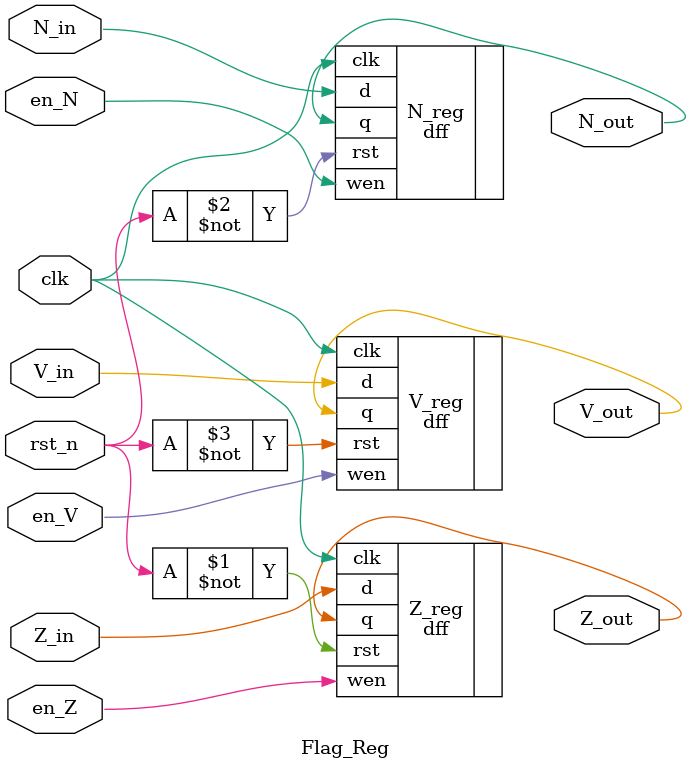
<source format=v>
module Flag_Reg(Z_in, N_in, V_in, en_Z, en_N, en_V, clk, rst_n, Z_out, N_out, V_out);
    input Z_in, N_in, V_in, en_Z, en_N, en_V, clk, rst_n;  //rst_n to adjust for active low rst
    output Z_out, N_out, V_out;

    dff Z_reg(.q(Z_out), .d(Z_in), .wen(en_Z), .clk(clk), .rst(~rst_n));  //dff for zero flag
    dff N_reg(.q(N_out), .d(N_in), .wen(en_N), .clk(clk), .rst(~rst_n));  //dff for negative flag
    dff V_reg(.q(V_out), .d(V_in), .wen(en_V), .clk(clk), .rst(~rst_n));  //dff for overflow flag

endmodule
</source>
